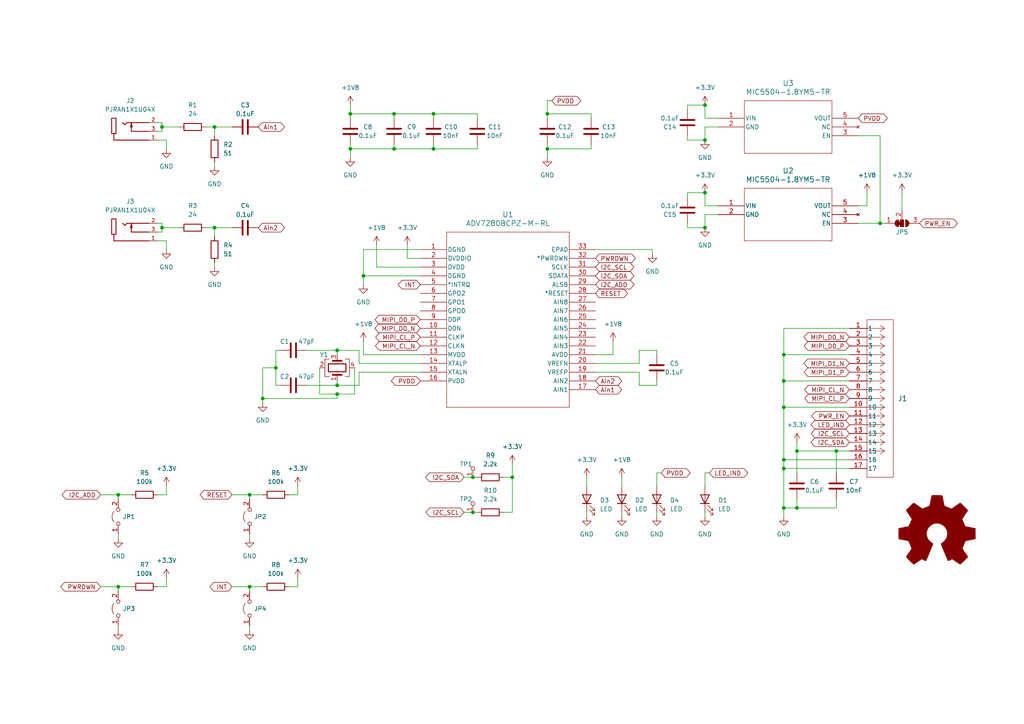
<source format=kicad_sch>
(kicad_sch (version 20230121) (generator eeschema)
  (paper "A4")
  (title_block (title "C3I") (date "2023-12-29") (rev "1.2"))
  (lib_symbols
    (symbol "2023-12-06_06-12-55:ADV7280BCPZ-M-RL" (pin_names (offset 0.254))
      (property "Reference" "U" (at 25.4 10.16 0))
      (property "Value" "ADV7280BCPZ-M-RL" (at 25.4 7.62 0))
      (symbol "ADV7280BCPZ-M-RL_0_1"
        (pin power_out line (at 0 0 0) (length 7.62) (name "DGND") (number "1"))
        (pin bidirectional line (at 0 -22.86 0) (length 7.62) (name "D0N") (number "10"))
        (pin unspecified line (at 0 -25.4 0) (length 7.62) (name "CLKP") (number "11"))
        (pin unspecified line (at 0 -27.94 0) (length 7.62) (name "CLKN") (number "12"))
        (pin power_in line (at 0 -30.48 0) (length 7.62) (name "MVDD") (number "13"))
        (pin unspecified line (at 0 -33.02 0) (length 7.62) (name "XTALP") (number "14"))
        (pin unspecified line (at 0 -35.56 0) (length 7.62) (name "XTALN") (number "15"))
        (pin power_in line (at 0 -38.1 0) (length 7.62) (name "PVDD") (number "16"))
        (pin input line (at 50.8 -40.64 180) (length 7.62) (name "AIN1") (number "17"))
        (pin input line (at 50.8 -38.1 180) (length 7.62) (name "AIN2") (number "18"))
        (pin power_in line (at 50.8 -35.56 180) (length 7.62) (name "VREFP") (number "19"))
        (pin power_in line (at 0 -2.54 0) (length 7.62) (name "DVDDIO") (number "2"))
        (pin power_in line (at 50.8 -33.02 180) (length 7.62) (name "VREFN") (number "20"))
        (pin power_in line (at 50.8 -30.48 180) (length 7.62) (name "AVDD") (number "21"))
        (pin input line (at 50.8 -27.94 180) (length 7.62) (name "AIN3") (number "22"))
        (pin input line (at 50.8 -25.4 180) (length 7.62) (name "AIN4") (number "23"))
        (pin input line (at 50.8 -22.86 180) (length 7.62) (name "AIN5") (number "24"))
        (pin input line (at 50.8 -20.32 180) (length 7.62) (name "AIN6") (number "25"))
        (pin input line (at 50.8 -17.78 180) (length 7.62) (name "AIN7") (number "26"))
        (pin input line (at 50.8 -15.24 180) (length 7.62) (name "AIN8") (number "27"))
        (pin unspecified line (at 50.8 -12.7 180) (length 7.62) (name "*RESET") (number "28"))
        (pin unspecified line (at 50.8 -10.16 180) (length 7.62) (name "ALSB") (number "29"))
        (pin power_in line (at 0 -5.08 0) (length 7.62) (name "DVDD") (number "3"))
        (pin unspecified line (at 50.8 -7.62 180) (length 7.62) (name "SDATA") (number "30"))
        (pin unspecified line (at 50.8 -5.08 180) (length 7.62) (name "SCLK") (number "31"))
        (pin unspecified line (at 50.8 -2.54 180) (length 7.62) (name "*PWRDWN") (number "32"))
        (pin unspecified line (at 50.8 0 180) (length 7.62) (name "EPAD") (number "33"))
        (pin power_out line (at 0 -7.62 0) (length 7.62) (name "DGND") (number "4"))
        (pin unspecified line (at 0 -10.16 0) (length 7.62) (name "*INTRQ") (number "5"))
        (pin bidirectional line (at 0 -12.7 0) (length 7.62) (name "GPO2") (number "6"))
        (pin bidirectional line (at 0 -15.24 0) (length 7.62) (name "GPO1") (number "7"))
        (pin bidirectional line (at 0 -17.78 0) (length 7.62) (name "GPO0") (number "8"))
        (pin bidirectional line (at 0 -20.32 0) (length 7.62) (name "D0P") (number "9"))
      )
    )
    (symbol "2023-12-06_06-13-53:MIC5504-1.8YM5-TR" (pin_names (offset 0.254))
      (property "Reference" "U" (at 20.32 10.16 0))
      (property "Value" "MIC5504-1.8YM5-TR" (at 20.32 7.62 0))
      (symbol "MIC5504-1.8YM5-TR_0_1"
        (pin power_in line (at 0 0 0) (length 7.62) (name "VIN") (number "1"))
        (pin power_out line (at 0 -2.54 0) (length 7.62) (name "GND") (number "2"))
        (pin input line (at 40.64 -5.08 180) (length 7.62) (name "EN") (number "3"))
        (pin no_connect line (at 40.64 -2.54 180) (length 7.62) (name "NC") (number "4"))
        (pin output line (at 40.64 0 180) (length 7.62) (name "VOUT") (number "5"))
      )
    )
    (symbol "2023-12-06_06-14-19:1-84952-5" (pin_names (offset 0.254))
      (property "Reference" "J" (at 8.89 6.35 0))
      (property "Value" "1-84952-5" (at 0 0 0))
      (symbol "1-84952-5_0_1"
        (pin unspecified line (at 0 0 0) (length 5.08) (name "1") (number "1"))
        (pin unspecified line (at 0 -22.86 0) (length 5.08) (name "10") (number "10"))
        (pin unspecified line (at 0 -25.4 0) (length 5.08) (name "11") (number "11"))
        (pin unspecified line (at 0 -27.94 0) (length 5.08) (name "12") (number "12"))
        (pin unspecified line (at 0 -30.48 0) (length 5.08) (name "13") (number "13"))
        (pin unspecified line (at 0 -33.02 0) (length 5.08) (name "14") (number "14"))
        (pin unspecified line (at 0 -35.56 0) (length 5.08) (name "15") (number "15"))
        (pin unspecified line (at 0 -38.1 0) (length 5.08) (name "16") (number "16"))
        (pin unspecified line (at 0 -40.64 0) (length 5.08) (name "17") (number "17"))
        (pin unspecified line (at 0 -2.54 0) (length 5.08) (name "2") (number "2"))
        (pin unspecified line (at 0 -5.08 0) (length 5.08) (name "3") (number "3"))
        (pin unspecified line (at 0 -7.62 0) (length 5.08) (name "4") (number "4"))
        (pin unspecified line (at 0 -10.16 0) (length 5.08) (name "5") (number "5"))
        (pin unspecified line (at 0 -12.7 0) (length 5.08) (name "6") (number "6"))
        (pin unspecified line (at 0 -15.24 0) (length 5.08) (name "7") (number "7"))
        (pin unspecified line (at 0 -17.78 0) (length 5.08) (name "8") (number "8"))
        (pin unspecified line (at 0 -20.32 0) (length 5.08) (name "9") (number "9"))
      )
    )
    (symbol "Device:C" (pin_numbers hide) (pin_names (offset 0.254))
      (property "Reference" "C" (at 0.635 2.54 0))
      (property "Value" "C" (at 0.635 -2.54 0))
      (symbol "C_1_1"
        (pin passive line (at 0 3.81 270) (length 2.794) (name "~") (number "1"))
        (pin passive line (at 0 -3.81 90) (length 2.794) (name "~") (number "2"))
      )
    )
    (symbol "Device:Crystal_GND24" (pin_names (offset 1.016) hide)
      (property "Reference" "Y" (at 3.175 5.08 0))
      (property "Value" "Crystal_GND24" (at 3.175 3.175 0))
      (symbol "Crystal_GND24_1_1"
        (pin passive line (at -3.81 0 0) (length 1.27) (name "1") (number "1"))
        (pin passive line (at 0 5.08 270) (length 1.27) (name "2") (number "2"))
        (pin passive line (at 3.81 0 180) (length 1.27) (name "3") (number "3"))
        (pin passive line (at 0 -5.08 90) (length 1.27) (name "4") (number "4"))
      )
    )
    (symbol "Device:LED" (pin_numbers hide) (pin_names (offset 1.016) hide)
      (property "Reference" "D" (at 0 2.54 0))
      (property "Value" "LED" (at 0 -2.54 0))
      (symbol "LED_1_1"
        (pin passive line (at -3.81 0 0) (length 2.54) (name "K") (number "1"))
        (pin passive line (at 3.81 0 180) (length 2.54) (name "A") (number "2"))
      )
    )
    (symbol "Device:R" (pin_numbers hide) (pin_names (offset 0))
      (property "Reference" "R" (at 2.032 0 90))
      (property "Value" "R" (at 0 0 90))
      (symbol "R_1_1"
        (pin passive line (at 0 3.81 270) (length 1.27) (name "~") (number "1"))
        (pin passive line (at 0 -3.81 90) (length 1.27) (name "~") (number "2"))
      )
    )
    (symbol "Graphic:Logo_Open_Hardware_Large" (in_bom no) (on_board no))
    (symbol "Jumper:Jumper_2_Open" (pin_names (offset 0) hide)
      (property "Reference" "JP" (at 0 2.794 0))
      (property "Value" "Jumper_2_Open" (at 0 -2.286 0))
      (symbol "Jumper_2_Open_1_1"
        (pin passive line (at -5.08 0 0) (length 2.54) (name "A") (number "1"))
        (pin passive line (at 5.08 0 180) (length 2.54) (name "B") (number "2"))
      )
    )
    (symbol "Jumper:SolderJumper_3_Bridged12" (pin_names (offset 0) hide)
      (property "Reference" "JP" (at -2.54 -2.54 0))
      (property "Value" "SolderJumper_3_Bridged12" (at 0 2.794 0))
      (symbol "SolderJumper_3_Bridged12_1_1"
        (pin passive line (at -5.08 0 0) (length 2.54) (name "A") (number "1"))
        (pin passive line (at 0 -3.81 90) (length 2.54) (name "C") (number "2"))
        (pin passive line (at 5.08 0 180) (length 2.54) (name "B") (number "3"))
      )
    )
    (symbol "PJRAN1X1U04X:PJRAN1X1U04X" (pin_names (offset 1.016))
      (property "Reference" "J" (at -5.08 5.08 0))
      (property "Value" "PJRAN1X1U04X" (at -5.08 -6.35 0))
      (symbol "PJRAN1X1U04X_0_0"
        (pin passive line (at 7.62 -2.54 180) (length 2.54) (name "~") (number "1"))
        (pin passive line (at 7.62 2.54 180) (length 2.54) (name "~") (number "2"))
        (pin passive line (at 7.62 0 180) (length 2.54) (name "~") (number "3"))
      )
    )
    (symbol "dk_Test-Points:RCT-0C" (pin_names (offset 1.016))
      (property "Reference" "TP" (at -2.54 1.27 0))
      (property "Value" "RCT-0C" (at 0 -2.54 0))
      (symbol "RCT-0C_1_1"
        (pin passive line (at 0 2.54 270) (length 1.905) (name "~") (number "1"))
      )
    )
    (symbol "power:+1V8" (power) (pin_names (offset 0))
      (property "Value" "+1V8" (at 0 3.556 0))
      (symbol "+1V8_1_1"
        (pin power_in line (at 0 0 90) (length 0) hide (name "+1V8") (number "1"))
      )
    )
    (symbol "power:+3.3V" (power) (pin_names (offset 0))
      (property "Value" "+3.3V" (at 0 3.556 0))
      (symbol "+3.3V_1_1"
        (pin power_in line (at 0 0 90) (length 0) hide (name "+3.3V") (number "1"))
      )
    )
    (symbol "power:GND" (power) (pin_names (offset 0))
      (property "Value" "GND" (at 0 -3.81 0))
      (symbol "GND_1_1"
        (pin power_in line (at 0 0 270) (length 0) hide (name "GND") (number "1"))
      )
    )
  )
  (junction (at 62.23 36.83))
  (junction (at 204.47 55.88))
  (junction (at 227.33 133.35))
  (junction (at 46.99 66.04))
  (junction (at 255.27 64.77))
  (junction (at 204.47 40.64))
  (junction (at 231.14 130.81))
  (junction (at 158.75 43.18))
  (junction (at 227.33 147.32))
  (junction (at 204.47 66.04))
  (junction (at 114.3 43.18))
  (junction (at 97.79 101.6))
  (junction (at 227.33 118.11))
  (junction (at 125.73 43.18))
  (junction (at 97.79 114.3))
  (junction (at 137.16 148.59))
  (junction (at 114.3 33.02))
  (junction (at 227.33 135.89))
  (junction (at 125.73 33.02))
  (junction (at 76.2 115.57))
  (junction (at 62.23 66.04))
  (junction (at 105.41 80.01))
  (junction (at 34.29 143.51))
  (junction (at 158.75 33.02))
  (junction (at 231.14 147.32))
  (junction (at 101.6 33.02))
  (junction (at 227.33 102.87))
  (junction (at 97.79 111.76))
  (junction (at 204.47 30.48))
  (junction (at 101.6 43.18))
  (junction (at 227.33 110.49))
  (junction (at 148.59 138.43))
  (junction (at 72.39 143.51))
  (junction (at 80.01 106.68))
  (junction (at 46.99 36.83))
  (junction (at 34.29 170.18))
  (junction (at 137.16 138.43))
  (junction (at 72.39 170.18))
  (junction (at 242.57 130.81))
  (wire (pts (xy 80.01 101.6) (xy 80.01 106.68)))
  (wire (pts (xy 109.22 77.47) (xy 121.92 77.47)))
  (wire (pts (xy 46.99 67.31) (xy 46.99 66.04)))
  (wire (pts (xy 102.87 114.3) (xy 102.87 106.68)))
  (wire (pts (xy 231.14 147.32) (xy 227.33 147.32)))
  (wire (pts (xy 34.29 171.45) (xy 34.29 170.18)))
  (wire (pts (xy 101.6 33.02) (xy 114.3 33.02)))
  (wire (pts (xy 158.75 34.29) (xy 158.75 33.02)))
  (wire (pts (xy 231.14 144.78) (xy 231.14 147.32)))
  (wire (pts (xy 242.57 147.32) (xy 231.14 147.32)))
  (wire (pts (xy 246.38 95.25) (xy 227.33 95.25)))
  (wire (pts (xy 204.47 137.16) (xy 204.47 140.97)))
  (wire (pts (xy 227.33 133.35) (xy 227.33 135.89)))
  (wire (pts (xy 46.99 64.77) (xy 45.72 64.77)))
  (wire (pts (xy 138.43 43.18) (xy 138.43 41.91)))
  (wire (pts (xy 72.39 170.18) (xy 76.2 170.18)))
  (wire (pts (xy 171.45 41.91) (xy 171.45 43.18)))
  (wire (pts (xy 177.8 102.87) (xy 177.8 99.06)))
  (wire (pts (xy 227.33 118.11) (xy 246.38 118.11)))
  (wire (pts (xy 185.42 105.41) (xy 185.42 101.6)))
  (wire (pts (xy 204.47 66.04) (xy 204.47 62.23)))
  (wire (pts (xy 180.34 148.59) (xy 180.34 149.86)))
  (wire (pts (xy 199.39 66.04) (xy 204.47 66.04)))
  (wire (pts (xy 97.79 101.6) (xy 104.14 101.6)))
  (wire (pts (xy 185.42 107.95) (xy 185.42 111.76)))
  (wire (pts (xy 86.36 170.18) (xy 86.36 167.64)))
  (wire (pts (xy 134.62 148.59) (xy 137.16 148.59)))
  (wire (pts (xy 148.59 138.43) (xy 148.59 134.62)))
  (wire (pts (xy 204.47 62.23) (xy 208.28 62.23)))
  (wire (pts (xy 97.79 110.49) (xy 97.79 111.76)))
  (wire (pts (xy 104.14 101.6) (xy 104.14 105.41)))
  (wire (pts (xy 227.33 110.49) (xy 246.38 110.49)))
  (wire (pts (xy 45.72 35.56) (xy 46.99 35.56)))
  (wire (pts (xy 101.6 43.18) (xy 101.6 45.72)))
  (wire (pts (xy 180.34 138.43) (xy 180.34 140.97)))
  (wire (pts (xy 199.39 40.64) (xy 204.47 40.64)))
  (wire (pts (xy 190.5 111.76) (xy 190.5 110.49)))
  (wire (pts (xy 158.75 29.21) (xy 160.02 29.21)))
  (wire (pts (xy 45.72 69.85) (xy 48.26 69.85)))
  (wire (pts (xy 62.23 76.2) (xy 62.23 77.47)))
  (wire (pts (xy 29.21 170.18) (xy 34.29 170.18)))
  (wire (pts (xy 227.33 147.32) (xy 227.33 149.86)))
  (wire (pts (xy 138.43 33.02) (xy 138.43 34.29)))
  (wire (pts (xy 248.92 39.37) (xy 255.27 39.37)))
  (wire (pts (xy 170.18 138.43) (xy 170.18 140.97)))
  (wire (pts (xy 114.3 41.91) (xy 114.3 43.18)))
  (wire (pts (xy 199.39 57.15) (xy 199.39 55.88)))
  (wire (pts (xy 62.23 66.04) (xy 62.23 68.58)))
  (wire (pts (xy 97.79 111.76) (xy 104.14 111.76)))
  (wire (pts (xy 204.47 40.64) (xy 204.47 36.83)))
  (wire (pts (xy 114.3 43.18) (xy 125.73 43.18)))
  (wire (pts (xy 146.05 148.59) (xy 148.59 148.59)))
  (wire (pts (xy 48.26 143.51) (xy 48.26 140.97)))
  (wire (pts (xy 34.29 170.18) (xy 38.1 170.18)))
  (wire (pts (xy 189.23 72.39) (xy 189.23 73.66)))
  (wire (pts (xy 231.14 128.27) (xy 231.14 130.81)))
  (wire (pts (xy 251.46 59.69) (xy 251.46 55.88)))
  (wire (pts (xy 80.01 111.76) (xy 81.28 111.76)))
  (wire (pts (xy 34.29 154.94) (xy 34.29 156.21)))
  (wire (pts (xy 59.69 66.04) (xy 62.23 66.04)))
  (wire (pts (xy 72.39 181.61) (xy 72.39 182.88)))
  (wire (pts (xy 34.29 144.78) (xy 34.29 143.51)))
  (wire (pts (xy 242.57 130.81) (xy 246.38 130.81)))
  (wire (pts (xy 191.77 137.16) (xy 190.5 137.16)))
  (wire (pts (xy 125.73 33.02) (xy 138.43 33.02)))
  (wire (pts (xy 227.33 95.25) (xy 227.33 102.87)))
  (wire (pts (xy 227.33 135.89) (xy 227.33 147.32)))
  (wire (pts (xy 45.72 170.18) (xy 48.26 170.18)))
  (wire (pts (xy 48.26 69.85) (xy 48.26 72.39)))
  (wire (pts (xy 29.21 143.51) (xy 34.29 143.51)))
  (wire (pts (xy 137.16 148.59) (xy 138.43 148.59)))
  (wire (pts (xy 227.33 135.89) (xy 246.38 135.89)))
  (wire (pts (xy 255.27 39.37) (xy 255.27 64.77)))
  (wire (pts (xy 204.47 30.48) (xy 204.47 34.29)))
  (wire (pts (xy 204.47 34.29) (xy 208.28 34.29)))
  (wire (pts (xy 72.39 144.78) (xy 72.39 143.51)))
  (wire (pts (xy 104.14 105.41) (xy 121.92 105.41)))
  (wire (pts (xy 45.72 40.64) (xy 48.26 40.64)))
  (wire (pts (xy 231.14 130.81) (xy 231.14 137.16)))
  (wire (pts (xy 105.41 102.87) (xy 121.92 102.87)))
  (wire (pts (xy 34.29 143.51) (xy 38.1 143.51)))
  (wire (pts (xy 97.79 114.3) (xy 102.87 114.3)))
  (wire (pts (xy 231.14 130.81) (xy 242.57 130.81)))
  (wire (pts (xy 101.6 34.29) (xy 101.6 33.02)))
  (wire (pts (xy 45.72 67.31) (xy 46.99 67.31)))
  (wire (pts (xy 97.79 115.57) (xy 76.2 115.57)))
  (wire (pts (xy 101.6 41.91) (xy 101.6 43.18)))
  (wire (pts (xy 199.39 64.77) (xy 199.39 66.04)))
  (wire (pts (xy 118.11 74.93) (xy 121.92 74.93)))
  (wire (pts (xy 199.39 31.75) (xy 199.39 30.48)))
  (wire (pts (xy 227.33 102.87) (xy 246.38 102.87)))
  (wire (pts (xy 204.47 148.59) (xy 204.47 149.86)))
  (wire (pts (xy 118.11 71.12) (xy 118.11 74.93)))
  (wire (pts (xy 88.9 101.6) (xy 97.79 101.6)))
  (wire (pts (xy 105.41 80.01) (xy 105.41 82.55)))
  (wire (pts (xy 72.39 154.94) (xy 72.39 156.21)))
  (wire (pts (xy 190.5 148.59) (xy 190.5 149.86)))
  (wire (pts (xy 199.39 55.88) (xy 204.47 55.88)))
  (wire (pts (xy 204.47 55.88) (xy 204.47 59.69)))
  (wire (pts (xy 125.73 41.91) (xy 125.73 43.18)))
  (wire (pts (xy 46.99 66.04) (xy 52.07 66.04)))
  (wire (pts (xy 171.45 33.02) (xy 171.45 34.29)))
  (wire (pts (xy 148.59 148.59) (xy 148.59 138.43)))
  (wire (pts (xy 248.92 59.69) (xy 251.46 59.69)))
  (wire (pts (xy 105.41 80.01) (xy 121.92 80.01)))
  (wire (pts (xy 46.99 36.83) (xy 46.99 38.1)))
  (wire (pts (xy 101.6 43.18) (xy 114.3 43.18)))
  (wire (pts (xy 227.33 133.35) (xy 246.38 133.35)))
  (wire (pts (xy 137.16 138.43) (xy 138.43 138.43)))
  (wire (pts (xy 101.6 30.48) (xy 101.6 33.02)))
  (wire (pts (xy 227.33 110.49) (xy 227.33 118.11)))
  (wire (pts (xy 242.57 130.81) (xy 242.57 137.16)))
  (wire (pts (xy 72.39 171.45) (xy 72.39 170.18)))
  (wire (pts (xy 205.74 137.16) (xy 204.47 137.16)))
  (wire (pts (xy 242.57 144.78) (xy 242.57 147.32)))
  (wire (pts (xy 199.39 30.48) (xy 204.47 30.48)))
  (wire (pts (xy 105.41 72.39) (xy 105.41 80.01)))
  (wire (pts (xy 76.2 116.84) (xy 76.2 115.57)))
  (wire (pts (xy 170.18 148.59) (xy 170.18 149.86)))
  (wire (pts (xy 172.72 107.95) (xy 185.42 107.95)))
  (wire (pts (xy 190.5 101.6) (xy 190.5 102.87)))
  (wire (pts (xy 34.29 181.61) (xy 34.29 182.88)))
  (wire (pts (xy 67.31 143.51) (xy 72.39 143.51)))
  (wire (pts (xy 104.14 107.95) (xy 104.14 111.76)))
  (wire (pts (xy 92.71 106.68) (xy 92.71 114.3)))
  (wire (pts (xy 204.47 59.69) (xy 208.28 59.69)))
  (wire (pts (xy 172.72 72.39) (xy 189.23 72.39)))
  (wire (pts (xy 248.92 64.77) (xy 255.27 64.77)))
  (wire (pts (xy 62.23 46.99) (xy 62.23 48.26)))
  (wire (pts (xy 88.9 111.76) (xy 97.79 111.76)))
  (wire (pts (xy 227.33 102.87) (xy 227.33 110.49)))
  (wire (pts (xy 80.01 106.68) (xy 80.01 111.76)))
  (wire (pts (xy 81.28 101.6) (xy 80.01 101.6)))
  (wire (pts (xy 261.62 55.88) (xy 261.62 60.96)))
  (wire (pts (xy 158.75 33.02) (xy 171.45 33.02)))
  (wire (pts (xy 45.72 143.51) (xy 48.26 143.51)))
  (wire (pts (xy 227.33 118.11) (xy 227.33 133.35)))
  (wire (pts (xy 146.05 138.43) (xy 148.59 138.43)))
  (wire (pts (xy 158.75 43.18) (xy 158.75 45.72)))
  (wire (pts (xy 255.27 64.77) (xy 256.54 64.77)))
  (wire (pts (xy 62.23 36.83) (xy 67.31 36.83)))
  (wire (pts (xy 121.92 107.95) (xy 104.14 107.95)))
  (wire (pts (xy 46.99 35.56) (xy 46.99 36.83)))
  (wire (pts (xy 121.92 72.39) (xy 105.41 72.39)))
  (wire (pts (xy 48.26 40.64) (xy 48.26 43.18)))
  (wire (pts (xy 134.62 138.43) (xy 137.16 138.43)))
  (wire (pts (xy 97.79 101.6) (xy 97.79 102.87)))
  (wire (pts (xy 83.82 143.51) (xy 86.36 143.51)))
  (wire (pts (xy 172.72 102.87) (xy 177.8 102.87)))
  (wire (pts (xy 114.3 33.02) (xy 114.3 34.29)))
  (wire (pts (xy 46.99 38.1) (xy 45.72 38.1)))
  (wire (pts (xy 114.3 33.02) (xy 125.73 33.02)))
  (wire (pts (xy 158.75 43.18) (xy 171.45 43.18)))
  (wire (pts (xy 59.69 36.83) (xy 62.23 36.83)))
  (wire (pts (xy 190.5 137.16) (xy 190.5 140.97)))
  (wire (pts (xy 125.73 43.18) (xy 138.43 43.18)))
  (wire (pts (xy 109.22 71.12) (xy 109.22 77.47)))
  (wire (pts (xy 48.26 170.18) (xy 48.26 167.64)))
  (wire (pts (xy 172.72 105.41) (xy 185.42 105.41)))
  (wire (pts (xy 67.31 170.18) (xy 72.39 170.18)))
  (wire (pts (xy 72.39 143.51) (xy 76.2 143.51)))
  (wire (pts (xy 158.75 29.21) (xy 158.75 33.02)))
  (wire (pts (xy 86.36 143.51) (xy 86.36 140.97)))
  (wire (pts (xy 62.23 36.83) (xy 62.23 39.37)))
  (wire (pts (xy 158.75 41.91) (xy 158.75 43.18)))
  (wire (pts (xy 62.23 66.04) (xy 67.31 66.04)))
  (wire (pts (xy 125.73 33.02) (xy 125.73 34.29)))
  (wire (pts (xy 76.2 106.68) (xy 80.01 106.68)))
  (wire (pts (xy 46.99 66.04) (xy 46.99 64.77)))
  (wire (pts (xy 204.47 36.83) (xy 208.28 36.83)))
  (wire (pts (xy 185.42 101.6) (xy 190.5 101.6)))
  (wire (pts (xy 92.71 114.3) (xy 97.79 114.3)))
  (wire (pts (xy 46.99 36.83) (xy 52.07 36.83)))
  (wire (pts (xy 105.41 99.06) (xy 105.41 102.87)))
  (wire (pts (xy 185.42 111.76) (xy 190.5 111.76)))
  (wire (pts (xy 76.2 115.57) (xy 76.2 106.68)))
  (wire (pts (xy 199.39 39.37) (xy 199.39 40.64)))
  (wire (pts (xy 97.79 114.3) (xy 97.79 115.57)))
  (wire (pts (xy 83.82 170.18) (xy 86.36 170.18)))
  (global_label "MIPI_D1_P" (shape bidirectional) (at 246.38 107.95 180) (property "Intersheetrefs" "${INTERSHEET_REFS}" (effects hide)))
  (global_label "PWR_EN" (shape bidirectional) (at 266.7 64.77 0) (property "Intersheetrefs" "${INTERSHEET_REFS}" (effects hide)))
  (global_label "MIPI_D1_N" (shape bidirectional) (at 246.38 105.41 180) (property "Intersheetrefs" "${INTERSHEET_REFS}" (effects hide)))
  (global_label "I2C_SCL" (shape bidirectional) (at 246.38 125.73 180) (property "Intersheetrefs" "${INTERSHEET_REFS}" (effects hide)))
  (global_label "MIPI_D0_P" (shape bidirectional) (at 121.92 92.71 180) (property "Intersheetrefs" "${INTERSHEET_REFS}" (effects hide)))
  (global_label "I2C_SDA" (shape bidirectional) (at 172.72 80.01 0) (property "Intersheetrefs" "${INTERSHEET_REFS}" (effects hide)))
  (global_label "Ain1" (shape bidirectional) (at 74.93 36.83 0) (property "Intersheetrefs" "${INTERSHEET_REFS}" (effects hide)))
  (global_label "PVDD" (shape bidirectional) (at 191.77 137.16 0) (property "Intersheetrefs" "${INTERSHEET_REFS}" (effects hide)))
  (global_label "MIPI_CL_P" (shape bidirectional) (at 121.92 97.79 180) (property "Intersheetrefs" "${INTERSHEET_REFS}" (effects hide)))
  (global_label "I2C_SDA" (shape bidirectional) (at 134.62 138.43 180) (property "Intersheetrefs" "${INTERSHEET_REFS}" (effects hide)))
  (global_label "I2C_ADD" (shape bidirectional) (at 29.21 143.51 180) (property "Intersheetrefs" "${INTERSHEET_REFS}" (effects hide)))
  (global_label "I2C_SDA" (shape bidirectional) (at 246.38 128.27 180) (property "Intersheetrefs" "${INTERSHEET_REFS}" (effects hide)))
  (global_label "Ain1" (shape bidirectional) (at 172.72 113.03 0) (property "Intersheetrefs" "${INTERSHEET_REFS}" (effects hide)))
  (global_label "I2C_SCL" (shape bidirectional) (at 134.62 148.59 180) (property "Intersheetrefs" "${INTERSHEET_REFS}" (effects hide)))
  (global_label "MIPI_D0_N" (shape bidirectional) (at 246.38 97.79 180) (property "Intersheetrefs" "${INTERSHEET_REFS}" (effects hide)))
  (global_label "PWRDWN" (shape bidirectional) (at 172.72 74.93 0) (property "Intersheetrefs" "${INTERSHEET_REFS}" (effects hide)))
  (global_label "RESET" (shape bidirectional) (at 172.72 85.09 0) (property "Intersheetrefs" "${INTERSHEET_REFS}" (effects hide)))
  (global_label "MIPI_D0_P" (shape bidirectional) (at 246.38 100.33 180) (property "Intersheetrefs" "${INTERSHEET_REFS}" (effects hide)))
  (global_label "INT" (shape bidirectional) (at 121.92 82.55 180) (property "Intersheetrefs" "${INTERSHEET_REFS}" (effects hide)))
  (global_label "I2C_SCL" (shape bidirectional) (at 172.72 77.47 0) (property "Intersheetrefs" "${INTERSHEET_REFS}" (effects hide)))
  (global_label "Ain2" (shape bidirectional) (at 74.93 66.04 0) (property "Intersheetrefs" "${INTERSHEET_REFS}" (effects hide)))
  (global_label "MIPI_CL_N" (shape bidirectional) (at 121.92 100.33 180) (property "Intersheetrefs" "${INTERSHEET_REFS}" (effects hide)))
  (global_label "PVDD" (shape bidirectional) (at 160.02 29.21 0) (property "Intersheetrefs" "${INTERSHEET_REFS}" (effects hide)))
  (global_label "PWR_EN" (shape bidirectional) (at 246.38 120.65 180) (property "Intersheetrefs" "${INTERSHEET_REFS}" (effects hide)))
  (global_label "I2C_ADD" (shape bidirectional) (at 172.72 82.55 0) (property "Intersheetrefs" "${INTERSHEET_REFS}" (effects hide)))
  (global_label "LED_IND" (shape bidirectional) (at 246.38 123.19 180) (property "Intersheetrefs" "${INTERSHEET_REFS}" (effects hide)))
  (global_label "Ain2" (shape bidirectional) (at 172.72 110.49 0) (property "Intersheetrefs" "${INTERSHEET_REFS}" (effects hide)))
  (global_label "PWRDWN" (shape bidirectional) (at 29.21 170.18 180) (property "Intersheetrefs" "${INTERSHEET_REFS}" (effects hide)))
  (global_label "MIPI_CL_P" (shape bidirectional) (at 246.38 115.57 180) (property "Intersheetrefs" "${INTERSHEET_REFS}" (effects hide)))
  (global_label "MIPI_CL_N" (shape bidirectional) (at 246.38 113.03 180) (property "Intersheetrefs" "${INTERSHEET_REFS}" (effects hide)))
  (global_label "INT" (shape bidirectional) (at 67.31 170.18 180) (property "Intersheetrefs" "${INTERSHEET_REFS}" (effects hide)))
  (global_label "MIPI_D0_N" (shape bidirectional) (at 121.92 95.25 180) (property "Intersheetrefs" "${INTERSHEET_REFS}" (effects hide)))
  (global_label "LED_IND" (shape bidirectional) (at 205.74 137.16 0) (property "Intersheetrefs" "${INTERSHEET_REFS}" (effects hide)))
  (global_label "PVDD" (shape bidirectional) (at 121.92 110.49 180) (property "Intersheetrefs" "${INTERSHEET_REFS}" (effects hide)))
  (global_label "RESET" (shape bidirectional) (at 67.31 143.51 180) (property "Intersheetrefs" "${INTERSHEET_REFS}" (effects hide)))
  (global_label "PVDD" (shape bidirectional) (at 248.92 34.29 0) (property "Intersheetrefs" "${INTERSHEET_REFS}" (effects hide)))
  (symbol (lib_id "power:GND") (at 105.41 82.55 0) (unit 1)
    (property "Reference" "#PWR011" (effects hide))
    (property "Value" "GND" (at 105.41 87.63 0))
  )
  (symbol (lib_id "Device:R") (at 41.91 143.51 270) (unit 1)
    (property "Reference" "R5" (at 41.91 137.16 90))
    (property "Value" "100k" (at 41.91 139.7 90))
    (property "Footprint" "Resistor_SMD:R_0805_2012Metric" (effects hide))
  )
  (symbol (lib_id "power:+1V8") (at 180.34 138.43 0) (unit 1)
    (property "Reference" "#PWR025" (effects hide))
    (property "Value" "+1V8" (at 180.34 133.35 0))
  )
  (symbol (lib_id "power:+3.3V") (at 148.59 134.62 0) (unit 1)
    (property "Reference" "#PWR02" (effects hide))
    (property "Value" "+3.3V" (at 148.59 129.54 0))
  )
  (symbol (lib_id "power:GND") (at 204.47 40.64 0) (unit 1)
    (property "Reference" "#PWR030" (effects hide))
    (property "Value" "GND" (at 204.47 45.72 0))
  )
  (symbol (lib_id "Device:Crystal_GND24") (at 97.79 106.68 90) (unit 1)
    (property "Reference" "Y1" (at 93.98 102.87 90))
    (property "Value" "Crystal_GND24" (effects hide))
    (property "Footprint" "components:XTAL_ABM8-28.63636MHZ-B2-T" (effects hide))
  )
  (symbol (lib_id "power:+3.3V") (at 86.36 167.64 0) (unit 1)
    (property "Reference" "#PWR023" (effects hide))
    (property "Value" "+3.3V" (at 86.36 162.56 0))
  )
  (symbol (lib_id "power:+3.3V") (at 204.47 30.48 0) (unit 1)
    (property "Reference" "#PWR027" (effects hide))
    (property "Value" "+3.3V" (at 204.47 25.4 0))
  )
  (symbol (lib_id "Device:R") (at 62.23 72.39 180) (unit 1)
    (property "Reference" "R4" (at 64.77 71.12 0) (effects (justify right)))
    (property "Value" "51" (at 64.77 73.66 0) (effects (justify right)))
    (property "Footprint" "Resistor_SMD:R_0805_2012Metric" (effects hide))
  )
  (symbol (lib_id "power:GND") (at 227.33 149.86 0) (unit 1)
    (property "Reference" "#PWR05" (effects hide))
    (property "Value" "GND" (at 227.33 154.94 0))
  )
  (symbol (lib_id "power:+1V8") (at 105.41 99.06 0) (unit 1)
    (property "Reference" "#PWR014" (effects hide))
    (property "Value" "+1V8" (at 105.41 93.98 0))
  )
  (symbol (lib_id "power:+3.3V") (at 170.18 138.43 0) (unit 1)
    (property "Reference" "#PWR033" (effects hide))
    (property "Value" "+3.3V" (at 170.18 133.35 0))
  )
  (symbol (lib_id "power:GND") (at 170.18 149.86 0) (unit 1)
    (property "Reference" "#PWR035" (effects hide))
    (property "Value" "GND" (at 170.18 154.94 0))
  )
  (symbol (lib_id "Device:C") (at 158.75 38.1 180) (unit 1)
    (property "Reference" "C12" (at 163.83 36.83 0))
    (property "Value" "0.1uF" (at 163.83 39.37 0))
    (property "Footprint" "Capacitor_SMD:C_0402_1005Metric" (effects hide))
  )
  (symbol (lib_id "Device:C") (at 85.09 101.6 90) (unit 1)
    (property "Reference" "C1" (at 82.55 99.06 90))
    (property "Value" "47pF" (at 88.9 99.06 90))
    (property "Footprint" "Capacitor_SMD:C_0402_1005Metric" (effects hide))
  )
  (symbol (lib_id "Device:C") (at 71.12 36.83 90) (unit 1)
    (property "Reference" "C3" (at 71.12 30.48 90))
    (property "Value" "0.1uF" (at 71.12 33.02 90))
    (property "Footprint" "Capacitor_SMD:C_0402_1005Metric" (effects hide))
  )
  (symbol (lib_id "Device:R") (at 142.24 148.59 270) (unit 1)
    (property "Reference" "R10" (at 142.24 142.24 90))
    (property "Value" "2.2k" (at 142.24 144.78 90))
    (property "Footprint" "Resistor_SMD:R_0805_2012Metric" (effects hide))
  )
  (symbol (lib_id "Graphic:Logo_Open_Hardware_Large") (at 271.78 154.94 0) (unit 1) (in_bom no) (on_board no)
    (property "Reference" "#SYM1" (effects hide))
    (property "Value" "Logo_Open_Hardware_Large" (effects hide))
    (property "Sim.Enable" "0" (effects hide))
  )
  (symbol (lib_id "power:+1V8") (at 101.6 30.48 0) (unit 1)
    (property "Reference" "#PWR03" (effects hide))
    (property "Value" "+1V8" (at 101.6 25.4 0))
  )
  (symbol (lib_id "Device:LED") (at 170.18 144.78 90) (unit 1)
    (property "Reference" "D3" (at 173.99 145.0975 90) (effects (justify right)))
    (property "Value" "LED" (at 173.99 147.6375 90) (effects (justify right)))
    (property "Footprint" "LED_SMD:LED_0805_2012Metric" (effects hide))
  )
  (symbol (lib_id "Device:C") (at 71.12 66.04 90) (unit 1)
    (property "Reference" "C4" (at 71.12 59.69 90))
    (property "Value" "0.1uF" (at 71.12 62.23 90))
    (property "Footprint" "Capacitor_SMD:C_0402_1005Metric" (effects hide))
  )
  (symbol (lib_id "power:GND") (at 101.6 45.72 0) (unit 1)
    (property "Reference" "#PWR032" (effects hide))
    (property "Value" "GND" (at 101.6 50.8 0))
  )
  (symbol (lib_id "2023-12-06_06-13-53:MIC5504-1.8YM5-TR") (at 208.28 59.69 0) (unit 1)
    (property "Reference" "U2" (at 228.6 49.53 0) (effects (font (size 1.524 1.524))))
    (property "Value" "MIC5504-1.8YM5-TR" (at 228.6 52.07 0) (effects (font (size 1.524 1.524))))
    (property "Footprint" "components:SOT23-5LD-PL-1_MCH" (effects hide))
    (property "Datasheet" "MIC5504-1.8YM5-TR" (effects hide))
  )
  (symbol (lib_id "power:+3.3V") (at 86.36 140.97 0) (unit 1)
    (property "Reference" "#PWR017" (effects hide))
    (property "Value" "+3.3V" (at 86.36 135.89 0))
  )
  (symbol (lib_id "power:+3.3V") (at 231.14 128.27 0) (unit 1)
    (property "Reference" "#PWR06" (effects hide))
    (property "Value" "+3.3V" (at 231.14 123.19 0))
  )
  (symbol (lib_id "power:GND") (at 76.2 116.84 0) (unit 1)
    (property "Reference" "#PWR04" (effects hide))
    (property "Value" "GND" (at 76.2 121.92 0))
  )
  (symbol (lib_id "PJRAN1X1U04X:PJRAN1X1U04X") (at 38.1 67.31 0) (unit 1)
    (property "Reference" "J3" (at 37.7825 58.42 0))
    (property "Value" "PJRAN1X1U04X" (at 37.7825 60.96 0))
    (property "Footprint" "components:SWITCHCRAFT_PJRAN1X1U04X" (effects hide))
    (property "PARTREV" "A" (effects hide))
    (property "MANUFACTURER" "Switchcraft" (effects hide))
    (property "MAXIMUM_PACKAGE_HEIGHT" "13.0mm" (effects hide))
    (property "STANDARD" "Manufacturer recommendations" (effects hide))
  )
  (symbol (lib_id "Jumper:Jumper_2_Open") (at 34.29 176.53 90) (unit 1)
    (property "Reference" "JP3" (at 35.56 176.53 90) (effects (justify right)))
    (property "Value" "Jumper_2_Open" (effects hide))
    (property "Footprint" "Jumper:SolderJumper-2_P1.3mm_Open_RoundedPad1.0x1.5mm" (effects hide))
  )
  (symbol (lib_id "Device:C") (at 138.43 38.1 180) (unit 1)
    (property "Reference" "C11" (at 143.51 36.83 0))
    (property "Value" "10nF" (at 143.51 39.37 0))
    (property "Footprint" "Capacitor_SMD:C_0402_1005Metric" (effects hide))
  )
  (symbol (lib_id "power:+3.3V") (at 261.62 55.88 0) (unit 1)
    (property "Reference" "#PWR037" (effects hide))
    (property "Value" "+3.3V" (at 261.62 50.8 0))
  )
  (symbol (lib_id "power:+1V8") (at 177.8 99.06 0) (unit 1)
    (property "Reference" "#PWR015" (effects hide))
    (property "Value" "+1V8" (at 177.8 93.98 0))
  )
  (symbol (lib_id "Device:C") (at 85.09 111.76 90) (unit 1)
    (property "Reference" "C2" (at 82.55 109.22 90))
    (property "Value" "47pF" (at 88.9 109.22 90))
    (property "Footprint" "Capacitor_SMD:C_0402_1005Metric" (effects hide))
  )
  (symbol (lib_id "Device:C") (at 231.14 140.97 180) (unit 1)
    (property "Reference" "C6" (at 236.22 139.7 0))
    (property "Value" "0.1uF" (at 236.22 142.24 0))
    (property "Footprint" "Capacitor_SMD:C_0402_1005Metric" (effects hide))
  )
  (symbol (lib_id "Device:R") (at 80.01 143.51 270) (unit 1)
    (property "Reference" "R6" (at 80.01 137.16 90))
    (property "Value" "100k" (at 80.01 139.7 90))
    (property "Footprint" "Resistor_SMD:R_0805_2012Metric" (effects hide))
  )
  (symbol (lib_id "power:+3.3V") (at 48.26 140.97 0) (unit 1)
    (property "Reference" "#PWR019" (effects hide))
    (property "Value" "+3.3V" (at 48.26 135.89 0))
  )
  (symbol (lib_id "power:GND") (at 189.23 73.66 0) (unit 1)
    (property "Reference" "#PWR024" (effects hide))
    (property "Value" "GND" (at 189.23 78.74 0))
  )
  (symbol (lib_id "power:GND") (at 48.26 72.39 0) (unit 1)
    (property "Reference" "#PWR010" (effects hide))
    (property "Value" "GND" (at 48.26 77.47 0))
  )
  (symbol (lib_id "Device:R") (at 55.88 66.04 90) (unit 1)
    (property "Reference" "R3" (at 55.88 59.69 90))
    (property "Value" "24" (at 55.88 62.23 90))
    (property "Footprint" "Resistor_SMD:R_0805_2012Metric" (effects hide))
  )
  (symbol (lib_id "power:GND") (at 72.39 156.21 0) (unit 1)
    (property "Reference" "#PWR016" (effects hide))
    (property "Value" "GND" (at 72.39 161.29 0))
  )
  (symbol (lib_id "power:+3.3V") (at 118.11 71.12 0) (unit 1)
    (property "Reference" "#PWR012" (effects hide))
    (property "Value" "+3.3V" (at 118.11 66.04 0))
  )
  (symbol (lib_id "Device:R") (at 41.91 170.18 270) (unit 1)
    (property "Reference" "R7" (at 41.91 163.83 90))
    (property "Value" "100k" (at 41.91 166.37 90))
    (property "Footprint" "Resistor_SMD:R_0805_2012Metric" (effects hide))
  )
  (symbol (lib_id "Device:R") (at 80.01 170.18 270) (unit 1)
    (property "Reference" "R8" (at 80.01 163.83 90))
    (property "Value" "100k" (at 80.01 166.37 90))
    (property "Footprint" "Resistor_SMD:R_0805_2012Metric" (effects hide))
  )
  (symbol (lib_id "dk_Test-Points:RCT-0C") (at 137.16 135.89 180) (unit 1)
    (property "Reference" "TP1" (at 133.35 134.62 0) (effects (justify right)))
    (property "Value" "RCT-0C" (effects hide))
    (property "Footprint" "digikey-footprints:PROBE_PAD_0805" (effects hide))
    (property "Datasheet" "https://www.te.com/commerce/DocumentDelivery/DDEController?Action=srchrtrv&DocNm=1773266&DocType=DS&DocLang=English" (effects hide))
    (property "Digi-Key_PN" "A106144CT-ND" (effects hide))
    (property "MPN" "RCT-0C" (effects hide))
    (property "Category" "Test and Measurement" (effects hide))
    (property "Family" "Test Points" (effects hide))
    (property "DK_Datasheet_Link" "https://www.te.com/commerce/DocumentDelivery/DDEController?Action=srchrtrv&DocNm=1773266&DocType=DS&DocLang=English" (effects hide))
    (property "DK_Detail_Page" "/product-detail/en/te-connectivity-amp-connectors/RCT-0C/A106144CT-ND/3477801" (effects hide))
    (property "Description" "PC TEST POINT NATURAL" (effects hide))
    (property "Manufacturer" "TE Connectivity AMP Connectors" (effects hide))
    (property "Status" "Active" (effects hide))
  )
  (symbol (lib_id "power:GND") (at 34.29 182.88 0) (unit 1)
    (property "Reference" "#PWR020" (effects hide))
    (property "Value" "GND" (at 34.29 187.96 0))
  )
  (symbol (lib_id "Device:C") (at 190.5 106.68 180) (unit 1)
    (property "Reference" "C5" (at 195.58 105.41 0))
    (property "Value" "0.1uF" (at 195.58 107.95 0))
    (property "Footprint" "Capacitor_SMD:C_0402_1005Metric" (effects hide))
  )
  (symbol (lib_id "power:GND") (at 180.34 149.86 0) (unit 1)
    (property "Reference" "#PWR01" (effects hide))
    (property "Value" "GND" (at 180.34 154.94 0))
  )
  (symbol (lib_id "Device:C") (at 199.39 60.96 0) (unit 1)
    (property "Reference" "C15" (at 194.31 62.23 0))
    (property "Value" "0.1uF" (at 194.31 59.69 0))
    (property "Footprint" "Capacitor_SMD:C_0402_1005Metric" (effects hide))
  )
  (symbol (lib_id "power:+3.3V") (at 48.26 167.64 0) (unit 1)
    (property "Reference" "#PWR021" (effects hide))
    (property "Value" "+3.3V" (at 48.26 162.56 0))
  )
  (symbol (lib_id "Device:C") (at 171.45 38.1 180) (unit 1)
    (property "Reference" "C13" (at 176.53 36.83 0))
    (property "Value" "10nF" (at 176.53 39.37 0))
    (property "Footprint" "Capacitor_SMD:C_0402_1005Metric" (effects hide))
  )
  (symbol (lib_id "Jumper:Jumper_2_Open") (at 34.29 149.86 90) (unit 1)
    (property "Reference" "JP1" (at 35.56 149.86 90) (effects (justify right)))
    (property "Value" "Jumper_2_Open" (effects hide))
    (property "Footprint" "Jumper:SolderJumper-2_P1.3mm_Open_RoundedPad1.0x1.5mm" (effects hide))
  )
  (symbol (lib_id "power:GND") (at 158.75 45.72 0) (unit 1)
    (property "Reference" "#PWR034" (effects hide))
    (property "Value" "GND" (at 158.75 50.8 0))
  )
  (symbol (lib_id "power:GND") (at 190.5 149.86 0) (unit 1)
    (property "Reference" "#PWR036" (effects hide))
    (property "Value" "GND" (at 190.5 154.94 0))
  )
  (symbol (lib_id "power:GND") (at 48.26 43.18 0) (unit 1)
    (property "Reference" "#PWR07" (effects hide))
    (property "Value" "GND" (at 48.26 48.26 0))
  )
  (symbol (lib_id "Device:R") (at 55.88 36.83 90) (unit 1)
    (property "Reference" "R1" (at 55.88 30.48 90))
    (property "Value" "24" (at 55.88 33.02 90))
    (property "Footprint" "Resistor_SMD:R_0805_2012Metric" (effects hide))
  )
  (symbol (lib_id "Device:C") (at 199.39 35.56 0) (unit 1)
    (property "Reference" "C14" (at 194.31 36.83 0))
    (property "Value" "0.1uF" (at 194.31 34.29 0))
    (property "Footprint" "Capacitor_SMD:C_0402_1005Metric" (effects hide))
  )
  (symbol (lib_id "power:+3.3V") (at 204.47 55.88 0) (unit 1)
    (property "Reference" "#PWR026" (effects hide))
    (property "Value" "+3.3V" (at 204.47 50.8 0))
  )
  (symbol (lib_id "power:GND") (at 34.29 156.21 0) (unit 1)
    (property "Reference" "#PWR018" (effects hide))
    (property "Value" "GND" (at 34.29 161.29 0))
  )
  (symbol (lib_id "power:GND") (at 204.47 149.86 0) (unit 1)
    (property "Reference" "#PWR028" (effects hide))
    (property "Value" "GND" (at 204.47 154.94 0))
  )
  (symbol (lib_id "power:+1V8") (at 251.46 55.88 0) (unit 1)
    (property "Reference" "#PWR031" (effects hide))
    (property "Value" "+1V8" (at 251.46 50.8 0))
  )
  (symbol (lib_id "Device:R") (at 142.24 138.43 270) (unit 1)
    (property "Reference" "R9" (at 142.24 132.08 90))
    (property "Value" "2.2k" (at 142.24 134.62 90))
    (property "Footprint" "Resistor_SMD:R_0805_2012Metric" (effects hide))
  )
  (symbol (lib_id "Device:R") (at 62.23 43.18 180) (unit 1)
    (property "Reference" "R2" (at 64.77 41.91 0) (effects (justify right)))
    (property "Value" "51" (at 64.77 44.45 0) (effects (justify right)))
    (property "Footprint" "Resistor_SMD:R_0805_2012Metric" (effects hide))
  )
  (symbol (lib_id "Device:C") (at 125.73 38.1 180) (unit 1)
    (property "Reference" "C10" (at 130.81 36.83 0))
    (property "Value" "10nF" (at 130.81 39.37 0))
    (property "Footprint" "Capacitor_SMD:C_0402_1005Metric" (effects hide))
  )
  (symbol (lib_id "Device:LED") (at 190.5 144.78 90) (unit 1)
    (property "Reference" "D4" (at 194.31 145.0975 90) (effects (justify right)))
    (property "Value" "LED" (at 194.31 147.6375 90) (effects (justify right)))
    (property "Footprint" "LED_SMD:LED_0805_2012Metric" (effects hide))
  )
  (symbol (lib_id "2023-12-06_06-12-55:ADV7280BCPZ-M-RL") (at 121.92 72.39 0) (unit 1)
    (property "Reference" "U1" (at 147.32 62.23 0) (effects (font (size 1.524 1.524))))
    (property "Value" "ADV7280BCPZ-M-RL" (at 147.32 64.77 0) (effects (font (size 1.524 1.524))))
    (property "Footprint" "components:CP_32_12_ADI-M" (effects hide))
    (property "Datasheet" "https://www.analog.com/media/en/technical-documentation/data-sheets/ADV7280.PDF" (effects hide))
  )
  (symbol (lib_id "2023-12-06_06-13-53:MIC5504-1.8YM5-TR") (at 208.28 34.29 0) (unit 1)
    (property "Reference" "U3" (at 228.6 24.13 0) (effects (font (size 1.524 1.524))))
    (property "Value" "MIC5504-1.8YM5-TR" (at 228.6 26.67 0) (effects (font (size 1.524 1.524))))
    (property "Footprint" "components:SOT23-5LD-PL-1_MCH" (effects hide))
    (property "Datasheet" "MIC5504-1.8YM5-TR" (effects hide))
  )
  (symbol (lib_id "Device:C") (at 114.3 38.1 180) (unit 1)
    (property "Reference" "C9" (at 119.38 36.83 0))
    (property "Value" "0.1uF" (at 119.38 39.37 0))
    (property "Footprint" "Capacitor_SMD:C_0402_1005Metric" (effects hide))
  )
  (symbol (lib_id "power:+1V8") (at 109.22 71.12 0) (unit 1)
    (property "Reference" "#PWR013" (effects hide))
    (property "Value" "+1V8" (at 109.22 66.04 0))
  )
  (symbol (lib_id "Jumper:SolderJumper_3_Bridged12") (at 261.62 64.77 0) (mirror x) (unit 1)
    (property "Reference" "JP5" (at 261.62 67.31 0))
    (property "Value" "SolderJumper_3_Bridged12" (effects hide))
    (property "Footprint" "Jumper:SolderJumper-3_P1.3mm_Bridged12_RoundedPad1.0x1.5mm_NumberLabels" (effects hide))
  )
  (symbol (lib_id "Device:C") (at 101.6 38.1 180) (unit 1)
    (property "Reference" "C8" (at 106.68 36.83 0))
    (property "Value" "0.1uF" (at 106.68 39.37 0))
    (property "Footprint" "Capacitor_SMD:C_0402_1005Metric" (effects hide))
  )
  (symbol (lib_id "power:GND") (at 62.23 48.26 0) (unit 1)
    (property "Reference" "#PWR08" (effects hide))
    (property "Value" "GND" (at 62.23 53.34 0))
  )
  (symbol (lib_id "Jumper:Jumper_2_Open") (at 72.39 149.86 90) (unit 1)
    (property "Reference" "JP2" (at 73.66 149.86 90) (effects (justify right)))
    (property "Value" "Jumper_2_Open" (effects hide))
    (property "Footprint" "Jumper:SolderJumper-2_P1.3mm_Open_RoundedPad1.0x1.5mm" (effects hide))
  )
  (symbol (lib_id "power:GND") (at 62.23 77.47 0) (unit 1)
    (property "Reference" "#PWR09" (effects hide))
    (property "Value" "GND" (at 62.23 82.55 0))
  )
  (symbol (lib_id "Device:LED") (at 204.47 144.78 90) (unit 1)
    (property "Reference" "D1" (at 208.28 145.0975 90) (effects (justify right)))
    (property "Value" "LED" (at 208.28 147.6375 90) (effects (justify right)))
    (property "Footprint" "LED_SMD:LED_0805_2012Metric" (effects hide))
  )
  (symbol (lib_id "dk_Test-Points:RCT-0C") (at 137.16 146.05 180) (unit 1)
    (property "Reference" "TP2" (at 133.35 144.78 0) (effects (justify right)))
    (property "Value" "RCT-0C" (effects hide))
    (property "Footprint" "digikey-footprints:PROBE_PAD_0805" (effects hide))
    (property "Datasheet" "https://www.te.com/commerce/DocumentDelivery/DDEController?Action=srchrtrv&DocNm=1773266&DocType=DS&DocLang=English" (effects hide))
    (property "Digi-Key_PN" "A106144CT-ND" (effects hide))
    (property "MPN" "RCT-0C" (effects hide))
    (property "Category" "Test and Measurement" (effects hide))
    (property "Family" "Test Points" (effects hide))
    (property "DK_Datasheet_Link" "https://www.te.com/commerce/DocumentDelivery/DDEController?Action=srchrtrv&DocNm=1773266&DocType=DS&DocLang=English" (effects hide))
    (property "DK_Detail_Page" "/product-detail/en/te-connectivity-amp-connectors/RCT-0C/A106144CT-ND/3477801" (effects hide))
    (property "Description" "PC TEST POINT NATURAL" (effects hide))
    (property "Manufacturer" "TE Connectivity AMP Connectors" (effects hide))
    (property "Status" "Active" (effects hide))
  )
  (symbol (lib_id "Device:LED") (at 180.34 144.78 90) (unit 1)
    (property "Reference" "D2" (at 184.15 145.0975 90) (effects (justify right)))
    (property "Value" "LED" (at 184.15 147.6375 90) (effects (justify right)))
    (property "Footprint" "LED_SMD:LED_0805_2012Metric" (effects hide))
  )
  (symbol (lib_id "Jumper:Jumper_2_Open") (at 72.39 176.53 90) (unit 1)
    (property "Reference" "JP4" (at 73.66 176.53 90) (effects (justify right)))
    (property "Value" "Jumper_2_Open" (effects hide))
    (property "Footprint" "Jumper:SolderJumper-2_P1.3mm_Open_RoundedPad1.0x1.5mm" (effects hide))
  )
  (symbol (lib_id "2023-12-06_06-14-19:1-84952-5") (at 246.38 95.25 0) (unit 1)
    (property "Reference" "J1" (at 260.35 115.57 0) (effects (font (size 1.524 1.524)) (justify left)))
    (property "Value" "1-84952-5" (effects hide))
    (property "Footprint" "components:conn15_1-84952-5_TEC" (effects hide))
    (property "Datasheet" "1-84952-5" (effects hide))
  )
  (symbol (lib_id "power:GND") (at 72.39 182.88 0) (unit 1)
    (property "Reference" "#PWR022" (effects hide))
    (property "Value" "GND" (at 72.39 187.96 0))
  )
  (symbol (lib_id "power:GND") (at 204.47 66.04 0) (unit 1)
    (property "Reference" "#PWR029" (effects hide))
    (property "Value" "GND" (at 204.47 71.12 0))
  )
  (symbol (lib_id "Device:C") (at 242.57 140.97 180) (unit 1)
    (property "Reference" "C7" (at 247.65 139.7 0))
    (property "Value" "10nF" (at 247.65 142.24 0))
    (property "Footprint" "Capacitor_SMD:C_0402_1005Metric" (effects hide))
  )
  (symbol (lib_id "PJRAN1X1U04X:PJRAN1X1U04X") (at 38.1 38.1 0) (unit 1)
    (property "Reference" "J2" (at 37.7825 29.21 0))
    (property "Value" "PJRAN1X1U04X" (at 37.7825 31.75 0))
    (property "Footprint" "components:SWITCHCRAFT_PJRAN1X1U04X" (effects hide))
    (property "PARTREV" "A" (effects hide))
    (property "MANUFACTURER" "Switchcraft" (effects hide))
    (property "MAXIMUM_PACKAGE_HEIGHT" "13.0mm" (effects hide))
    (property "STANDARD" "Manufacturer recommendations" (effects hide))
  )
)
</source>
